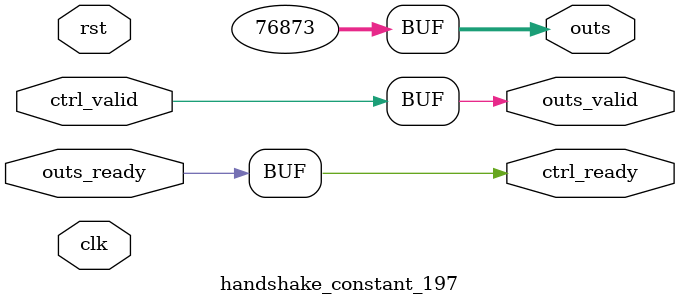
<source format=v>
`timescale 1ns / 1ps
module handshake_constant_197 #(
  parameter DATA_WIDTH = 32  // Default set to 32 bits
) (
  input                       clk,
  input                       rst,
  // Input Channel
  input                       ctrl_valid,
  output                      ctrl_ready,
  // Output Channel
  output [DATA_WIDTH - 1 : 0] outs,
  output                      outs_valid,
  input                       outs_ready
);
  assign outs       = 18'b010010110001001001;
  assign outs_valid = ctrl_valid;
  assign ctrl_ready = outs_ready;

endmodule

</source>
